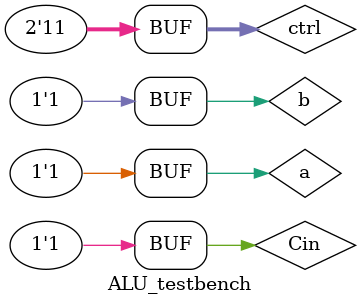
<source format=sv>
module ALU_1 (a, b, out, ctrl, Cin, Cout);
	input a, b;
	input [1:0] ctrl;
	input Cin;
	output out, Cout;
	wire norout, sltuout, adderout, muxout;
	
	nor or1 (norout, a, b);

	mux2to1 mux1 (.in1(~b), .in0(b), .sel(ctrl[0]), .out(muxout));
	
	full_adder adder1 (.Cin(Cin), .Cout(Cout), .a(a), .b(muxout), .s(adderout));

	mux4to1 mux4 (.in0(adderout), .in1(adderout), .in2(norout), .in3(adderout), .sel(ctrl), .out(out));
	
endmodule

module ALU_testbench();
	reg a, b, Cin, Cout;
	reg [1:0] ctrl;
	wire out;
	
	ALU_1 dut (.a, .b, .out, .ctrl, .Cin, .Cout);
	initial begin 
		a = 0; b = 0; Cin = 0; ctrl = 2'b00; #10; //test full adder
		a = 0; b = 1; #10;
		a = 1; b = 0; #10;
		a = 1; b = 1; #10;
		a = 0; b = 0; Cin = 1; ctrl = 2'b01; #10; //test substract
		a = 0; b = 1; #10;
		a = 1; b = 1; #10;
		a = 1; b = 1; #10;
		a = 0; b = 0; ctrl = 2'b10; #10; //test nor
		a = 0; b = 1; #10;
		a = 1; b = 0; #10;
		a = 1; b = 1; #10;
		a = 0; b = 0; ctrl = 2'b11; #10; //test nor
		a = 0; b = 1; #10;
		a = 1; b = 1; #10;
		a = 1; b = 1; #10;
	end
endmodule

	
	
</source>
